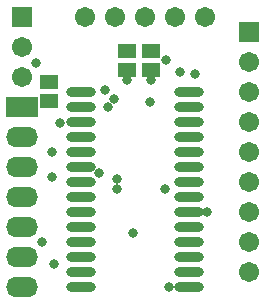
<source format=gts>
G04 Layer_Color=8388736*
%FSLAX44Y44*%
%MOMM*%
G71*
G01*
G75*
%ADD31O,2.5032X0.8032*%
%ADD32R,1.5032X1.2032*%
%ADD33R,1.7032X1.7032*%
%ADD34C,1.7032*%
%ADD35O,2.7032X1.7032*%
%ADD36R,2.7032X1.7032*%
%ADD37C,0.8032*%
D31*
X155990Y-243840D02*
D03*
Y-231140D02*
D03*
Y-218440D02*
D03*
Y-205740D02*
D03*
Y-193040D02*
D03*
Y-180340D02*
D03*
Y-167640D02*
D03*
Y-154940D02*
D03*
Y-142240D02*
D03*
Y-129540D02*
D03*
Y-116840D02*
D03*
Y-104140D02*
D03*
Y-91440D02*
D03*
Y-78740D02*
D03*
X64990Y-243840D02*
D03*
Y-231140D02*
D03*
Y-218440D02*
D03*
Y-205740D02*
D03*
Y-193040D02*
D03*
Y-180340D02*
D03*
Y-167640D02*
D03*
Y-154940D02*
D03*
Y-142240D02*
D03*
Y-129540D02*
D03*
Y-116840D02*
D03*
Y-104140D02*
D03*
Y-91440D02*
D03*
Y-78740D02*
D03*
D32*
X38100Y-70740D02*
D03*
Y-86740D02*
D03*
X104140Y-60070D02*
D03*
Y-44070D02*
D03*
X124460Y-60070D02*
D03*
Y-44070D02*
D03*
D33*
X15240Y-15240D02*
D03*
X207010Y-27940D02*
D03*
D34*
X15240Y-40640D02*
D03*
Y-66040D02*
D03*
X207010Y-78740D02*
D03*
Y-104140D02*
D03*
Y-129540D02*
D03*
Y-154940D02*
D03*
Y-180340D02*
D03*
Y-205740D02*
D03*
Y-231140D02*
D03*
Y-53340D02*
D03*
X170180Y-15240D02*
D03*
X144780D02*
D03*
X119380D02*
D03*
X93980D02*
D03*
X68580D02*
D03*
D35*
X15240Y-142240D02*
D03*
Y-116840D02*
D03*
Y-167640D02*
D03*
Y-193040D02*
D03*
Y-218440D02*
D03*
Y-243840D02*
D03*
D36*
Y-91440D02*
D03*
D37*
X85090Y-77470D02*
D03*
X95250Y-161290D02*
D03*
X41910Y-224790D02*
D03*
X31750Y-205740D02*
D03*
X46990Y-105410D02*
D03*
X104140Y-68580D02*
D03*
X124460D02*
D03*
X137160Y-52070D02*
D03*
X135890Y-161290D02*
D03*
X87630Y-91440D02*
D03*
X92710Y-85090D02*
D03*
X95250Y-152400D02*
D03*
X123190Y-87630D02*
D03*
X80010Y-147320D02*
D03*
X40640Y-129540D02*
D03*
Y-151130D02*
D03*
X171450Y-180340D02*
D03*
X109220Y-198120D02*
D03*
X139700Y-243840D02*
D03*
X26670Y-54610D02*
D03*
X148590Y-62230D02*
D03*
X161290Y-63500D02*
D03*
M02*

</source>
